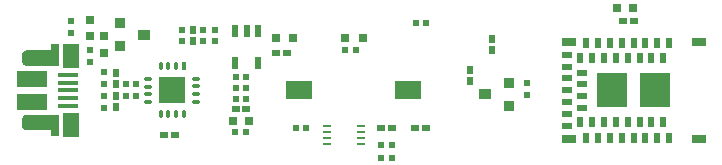
<source format=gtp>
G04 Layer_Color=8421504*
%FSLAX24Y24*%
%MOIN*%
G70*
G01*
G75*
%ADD11R,0.0866X0.0866*%
%ADD12O,0.0315X0.0138*%
%ADD13O,0.0138X0.0315*%
%ADD14R,0.0138X0.0315*%
%ADD15R,0.0236X0.0413*%
%ADD16R,0.0354X0.0354*%
%ADD17R,0.0433X0.0354*%
%ADD18R,0.0236X0.0197*%
%ADD19R,0.0315X0.0098*%
%ADD20R,0.0858X0.0630*%
%ADD25R,0.0984X0.0561*%
%ADD26R,0.0689X0.0157*%
%ADD27R,0.0300X0.0300*%
%ADD28R,0.0315X0.0315*%
%ADD29R,0.0217X0.0217*%
%ADD30R,0.0252X0.0213*%
%ADD31R,0.0213X0.0252*%
%ADD33R,0.0217X0.0217*%
%ADD34R,0.0300X0.0300*%
%ADD44R,0.0575X0.0787*%
%ADD59R,0.0197X0.0354*%
%ADD60R,0.0354X0.0197*%
%ADD61R,0.1024X0.1181*%
%ADD62R,0.0457X0.0260*%
G36*
X1510Y-1535D02*
X1234D01*
Y-1329D01*
X427D01*
X412Y-1328D01*
X397Y-1326D01*
X390Y-1325D01*
X383Y-1322D01*
X369Y-1318D01*
X354Y-1311D01*
X340Y-1302D01*
X327Y-1293D01*
X315Y-1283D01*
X305Y-1270D01*
X295Y-1257D01*
X287Y-1243D01*
X280Y-1229D01*
X275Y-1213D01*
X272Y-1200D01*
X270Y-1186D01*
X270Y-1171D01*
Y-974D01*
X270Y-957D01*
X273Y-941D01*
X277Y-926D01*
X283Y-910D01*
X290Y-898D01*
X297Y-885D01*
X306Y-873D01*
X317Y-862D01*
X328Y-852D01*
X340Y-844D01*
X354Y-835D01*
X368Y-829D01*
X380Y-824D01*
X387Y-822D01*
X394Y-820D01*
X402Y-819D01*
X410Y-817D01*
X419Y-817D01*
X1510D01*
Y-1535D01*
D02*
G37*
G36*
X1510Y817D02*
X419D01*
X410Y817D01*
X402Y819D01*
X394Y820D01*
X387Y822D01*
X380Y824D01*
X368Y829D01*
X354Y835D01*
X340Y844D01*
X328Y852D01*
X317Y862D01*
X306Y873D01*
X297Y885D01*
X290Y898D01*
X283Y910D01*
X277Y926D01*
X273Y941D01*
X270Y957D01*
X270Y974D01*
Y1171D01*
X270Y1186D01*
X272Y1200D01*
X275Y1213D01*
X280Y1229D01*
X287Y1243D01*
X295Y1257D01*
X305Y1270D01*
X315Y1283D01*
X327Y1293D01*
X340Y1302D01*
X354Y1311D01*
X369Y1318D01*
X383Y1322D01*
X390Y1325D01*
X397Y1326D01*
X412Y1328D01*
X427Y1329D01*
X1234D01*
Y1535D01*
X1510D01*
Y817D01*
D02*
G37*
D11*
X5275Y0D02*
D03*
D12*
X6070Y384D02*
D03*
Y128D02*
D03*
Y-128D02*
D03*
Y-384D02*
D03*
X4480Y-386D02*
D03*
Y-130D02*
D03*
Y126D02*
D03*
Y382D02*
D03*
D13*
X5659Y-795D02*
D03*
X5403D02*
D03*
X5147D02*
D03*
X4891D02*
D03*
Y795D02*
D03*
X5147D02*
D03*
X5403D02*
D03*
D14*
X5659D02*
D03*
D15*
X8134Y1962D02*
D03*
X7760D02*
D03*
X7386D02*
D03*
Y918D02*
D03*
X8134D02*
D03*
D16*
X3550Y2230D02*
D03*
Y1480D02*
D03*
X16490Y-520D02*
D03*
Y230D02*
D03*
D17*
X4350Y1850D02*
D03*
X15690Y-140D02*
D03*
D18*
X3000Y200D02*
D03*
Y594D02*
D03*
X2550Y956D02*
D03*
Y1350D02*
D03*
X17110Y-164D02*
D03*
Y230D02*
D03*
X1900Y2300D02*
D03*
Y1906D02*
D03*
X3000Y-192D02*
D03*
Y-585D02*
D03*
D19*
X10433Y-1205D02*
D03*
Y-1402D02*
D03*
Y-1598D02*
D03*
Y-1795D02*
D03*
X11567Y-1205D02*
D03*
Y-1402D02*
D03*
Y-1598D02*
D03*
Y-1795D02*
D03*
D20*
X9500Y0D02*
D03*
X13122D02*
D03*
D25*
X604Y-379D02*
D03*
Y379D02*
D03*
D26*
X1815Y-512D02*
D03*
Y-256D02*
D03*
Y512D02*
D03*
Y256D02*
D03*
Y0D02*
D03*
D27*
X7290Y-1010D02*
D03*
X7840D02*
D03*
X20100Y2750D02*
D03*
X20650D02*
D03*
X9300Y1750D02*
D03*
X8750D02*
D03*
D28*
X11050Y1751D02*
D03*
X11641D02*
D03*
D29*
X12243Y-2250D02*
D03*
X12597D02*
D03*
X13393Y2230D02*
D03*
X13747D02*
D03*
X4077Y197D02*
D03*
X3723D02*
D03*
Y-192D02*
D03*
X4077D02*
D03*
X7383Y-1380D02*
D03*
X7737D02*
D03*
X7393Y430D02*
D03*
X7747D02*
D03*
Y70D02*
D03*
X7393D02*
D03*
Y-300D02*
D03*
X7747D02*
D03*
X11043Y1340D02*
D03*
X11397D02*
D03*
X9750Y-1250D02*
D03*
X9396D02*
D03*
X12597Y-1840D02*
D03*
X12243D02*
D03*
D30*
X20297Y2296D02*
D03*
X20659D02*
D03*
X5000Y-1500D02*
D03*
X5362D02*
D03*
X7389Y-640D02*
D03*
X7751D02*
D03*
X13750Y-1250D02*
D03*
X13388D02*
D03*
X9112Y1250D02*
D03*
X8750D02*
D03*
X12250Y-1250D02*
D03*
X12612D02*
D03*
D31*
X15950Y1339D02*
D03*
Y1701D02*
D03*
X15200Y319D02*
D03*
Y681D02*
D03*
X3390Y560D02*
D03*
Y198D02*
D03*
Y-189D02*
D03*
Y-551D02*
D03*
X5960Y2001D02*
D03*
Y1639D02*
D03*
D33*
X6700Y1997D02*
D03*
Y1643D02*
D03*
X6320D02*
D03*
Y1997D02*
D03*
X5600Y2000D02*
D03*
Y1646D02*
D03*
D34*
X2550Y1800D02*
D03*
Y2350D02*
D03*
X3020Y1800D02*
D03*
Y1250D02*
D03*
D44*
X1896Y1142D02*
D03*
Y-1142D02*
D03*
D59*
X21840Y-1575D02*
D03*
X21447D02*
D03*
X21053D02*
D03*
X20659D02*
D03*
X20266D02*
D03*
X19872D02*
D03*
X19478D02*
D03*
X19084D02*
D03*
X21644Y-1063D02*
D03*
X21250D02*
D03*
X20856D02*
D03*
X20462D02*
D03*
X20069D02*
D03*
X19675D02*
D03*
X19281D02*
D03*
X18888D02*
D03*
Y1063D02*
D03*
X19281D02*
D03*
X19675D02*
D03*
X20069D02*
D03*
X20462D02*
D03*
X20856D02*
D03*
X21250D02*
D03*
X21644D02*
D03*
X19084Y1575D02*
D03*
X19478D02*
D03*
X19872D02*
D03*
X20266D02*
D03*
X20659D02*
D03*
X21053D02*
D03*
X21447D02*
D03*
X21840D02*
D03*
D60*
X18947Y-591D02*
D03*
Y-197D02*
D03*
Y197D02*
D03*
Y591D02*
D03*
X18435Y-1181D02*
D03*
Y-787D02*
D03*
Y-394D02*
D03*
Y0D02*
D03*
Y394D02*
D03*
Y787D02*
D03*
Y1181D02*
D03*
D61*
X21368Y0D02*
D03*
X19951D02*
D03*
D62*
X22825Y1614D02*
D03*
X18494D02*
D03*
Y-1614D02*
D03*
X22825D02*
D03*
M02*

</source>
